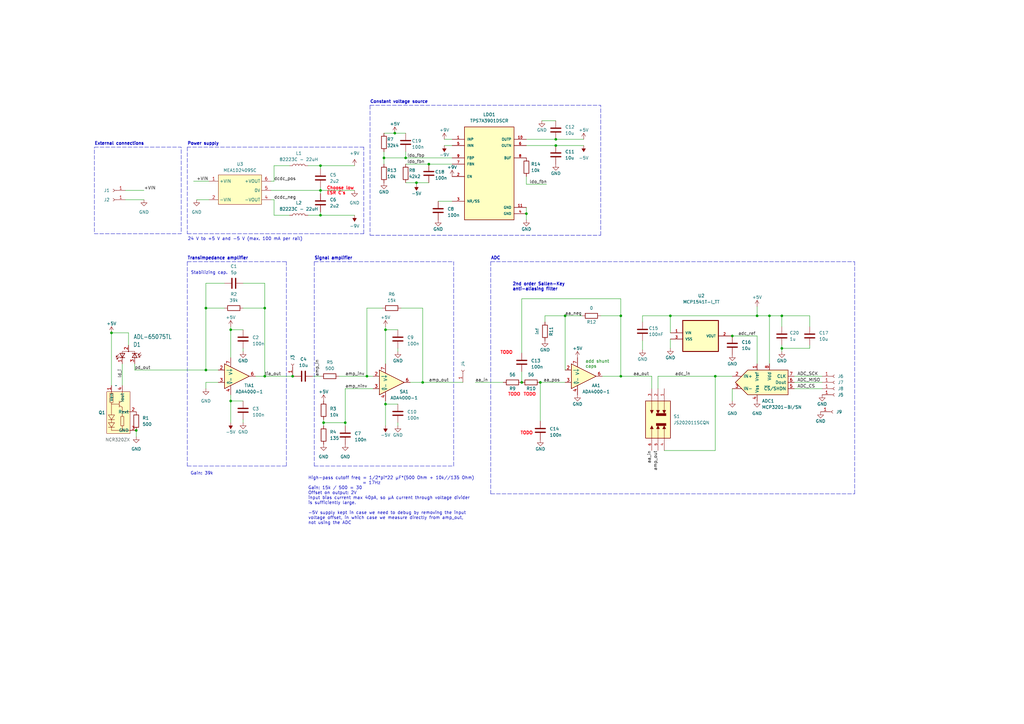
<source format=kicad_sch>
(kicad_sch (version 20230121) (generator eeschema)
  (paper "A3")
  (title_block (title "Laser-based slip sensor") (date "18/05/2023") (rev "2") (company "Hardware Design Project"))
  (lib_symbols
    (symbol "Analog_ADC:MCP3201" (pin_names (offset 0.762))
      (property "Reference" "U" (at 3.81 8.89 0))
      (property "Value" "MCP3201" (at 3.81 6.35 0))
      (symbol "MCP3201_0_0"
        (polyline (pts (xy -11.43 0) (xy -6.35 5.08) (xy 10.16 5.08) (xy 10.16 -5.08) (xy -6.35 -5.08) (xy -11.43 0)) (stroke (width 0.254)) (fill (type background)))
      )
      (symbol "MCP3201_1_1"
        (pin power_in line (at -2.54 7.62 270) (length 2.54) (name "Vref") (number "1"))
        (pin input line (at -12.7 2.54 0) (length 3.81) (name "IN+") (number "2"))
        (pin input line (at -12.7 -2.54 0) (length 3.81) (name "IN-") (number "3"))
        (pin power_in line (at -2.54 -7.62 90) (length 2.54) (name "Vss") (number "4"))
        (pin input line (at 12.7 -2.54 180) (length 2.54) (name "~{CS}/SHDN") (number "5"))
        (pin output line (at 12.7 0 180) (length 2.54) (name "Dout") (number "6"))
        (pin input line (at 12.7 2.54 180) (length 2.54) (name "CLK") (number "7"))
        (pin power_in line (at 2.54 7.62 270) (length 2.54) (name "Vdd") (number "8"))
      )
    )
    (symbol "Connector:Conn_01x01_Socket" (pin_names (offset 1.016) hide)
      (property "Reference" "J" (at 0 2.54 0))
      (property "Value" "Conn_01x01_Socket" (at 0 -2.54 0))
      (symbol "Conn_01x01_Socket_1_1"
        (polyline (pts (xy -1.27 0) (xy -0.508 0)) (stroke (width 0.1524)))
        (arc (start 0 0.508) (mid -0.5058 0) (end 0 -0.508) (stroke (width 0.1524)))
        (pin passive line (at -5.08 0 0) (length 3.81) (name "Pin_1") (number "1"))
      )
    )
    (symbol "Device:C" (pin_numbers hide) (pin_names (offset 0.254))
      (property "Reference" "C" (at 0.635 2.54 0))
      (property "Value" "C" (at 0.635 -2.54 0))
      (symbol "C_0_1"
        (polyline (pts (xy -2.032 -0.762) (xy 2.032 -0.762)) (stroke (width 0.508)))
        (polyline (pts (xy -2.032 0.762) (xy 2.032 0.762)) (stroke (width 0.508)))
      )
      (symbol "C_1_1"
        (pin passive line (at 0 3.81 270) (length 2.794) (name "~") (number "1"))
        (pin passive line (at 0 -3.81 90) (length 2.794) (name "~") (number "2"))
      )
    )
    (symbol "Device:L" (pin_numbers hide) (pin_names (offset 1.016) hide)
      (property "Reference" "L" (at -1.27 0 90))
      (property "Value" "L" (at 1.905 0 90))
      (symbol "L_0_1"
        (arc (start 0 -2.54) (mid 0.6323 -1.905) (end 0 -1.27))
        (arc (start 0 -1.27) (mid 0.6323 -0.635) (end 0 0))
        (arc (start 0 0) (mid 0.6323 0.635) (end 0 1.27))
        (arc (start 0 1.27) (mid 0.6323 1.905) (end 0 2.54))
      )
      (symbol "L_1_1"
        (pin passive line (at 0 3.81 270) (length 1.27) (name "1") (number "1"))
        (pin passive line (at 0 -3.81 90) (length 1.27) (name "2") (number "2"))
      )
    )
    (symbol "Device:R" (pin_numbers hide) (pin_names (offset 0))
      (property "Reference" "R" (at 2.032 0 90))
      (property "Value" "R" (at 0 0 90))
      (symbol "R_0_1"
        (rectangle (start -1.016 -2.54) (end 1.016 2.54) (stroke (width 0.254)))
      )
      (symbol "R_1_1"
        (pin passive line (at 0 3.81 270) (length 1.27) (name "~") (number "1"))
        (pin passive line (at 0 -3.81 90) (length 1.27) (name "~") (number "2"))
      )
    )
    (symbol "HOP:ADA4000-1"
      (property "Reference" "U" (at 2.54 -3.175 0))
      (property "Value" "ADA4000-1" (at 7.62 -5.08 0))
      (symbol "ADA4000-1_0_1"
        (polyline (pts (xy 5.08 0) (xy -5.08 5.08) (xy -5.08 -5.08) (xy 5.08 0)) (stroke (width 0.254)) (fill (type background)))
      )
      (symbol "ADA4000-1_1_1"
        (pin input line (at -7.62 2.54 0) (length 2.54) (name "-") (number "2"))
        (pin input line (at -7.62 -2.54 0) (length 2.54) (name "+") (number "3"))
        (pin power_in line (at -2.54 -7.62 90) (length 3.81) (name "V-") (number "4"))
        (pin output line (at 7.62 0 180) (length 2.54) (name "~") (number "6"))
        (pin power_in line (at -2.54 7.62 270) (length 3.81) (name "V+") (number "7"))
      )
    )
    (symbol "HOP:MEA1D2405SC"
      (property "Reference" "U$1" (at 0 10.16 0))
      (property "Value" "MEA1D2405SC" (at 0 7.62 0))
      (symbol "MEA1D2405SC_1_1"
        (rectangle (start -8.89 6.35) (end 8.89 -5.715) (fill (type background)))
        (pin power_in line (at -12.7 3.81 0) (length 3.81) (name "+VIN") (number "1"))
        (pin power_in line (at -12.7 -3.81 0) (length 3.81) (name "-VIN") (number "2"))
        (pin power_out line (at 12.7 -3.81 180) (length 3.81) (name "-VOUT") (number "4"))
        (pin power_out line (at 12.7 0 180) (length 3.81) (name "0V") (number "5"))
        (pin power_out line (at 12.7 3.81 180) (length 3.81) (name "+VOUT") (number "6"))
      )
    )
    (symbol "laserslip:JS202011SCQN" (pin_names (offset 1.016))
      (property "Reference" "S" (at -7.62 6.35 0))
      (property "Value" "JS202011SCQN" (at -7.62 -6.35 0))
      (symbol "JS202011SCQN_0_0"
        (rectangle (start -7.62 5.08) (end 7.62 -5.08) (stroke (width 0.254)) (fill (type background)))
        (polyline (pts (xy -7.62 -2.54) (xy -3.81 -2.54)) (stroke (width 0.1524)))
        (polyline (pts (xy -7.62 0) (xy -3.81 0)) (stroke (width 0.1524)))
        (polyline (pts (xy -7.62 2.54) (xy -3.81 2.54)) (stroke (width 0.1524)))
        (polyline (pts (xy 7.62 -2.54) (xy 3.81 -2.54)) (stroke (width 0.1524)))
        (polyline (pts (xy 7.62 0) (xy 3.81 0)) (stroke (width 0.1524)))
        (polyline (pts (xy 7.62 2.54) (xy 3.81 2.54)) (stroke (width 0.1524)))
        (polyline (pts (xy -3.81 -1.905) (xy -3.81 -3.175) (xy -2.54 -2.54) (xy -3.81 -1.905)) (stroke (width 0.1524)) (fill (type outline)))
        (polyline (pts (xy -3.81 0.635) (xy -3.81 -0.635) (xy -2.54 0) (xy -3.81 0.635)) (stroke (width 0.1524)) (fill (type outline)))
        (polyline (pts (xy -3.81 3.175) (xy -3.81 1.905) (xy -2.54 2.54) (xy -3.81 3.175)) (stroke (width 0.1524)) (fill (type outline)))
        (polyline (pts (xy 3.81 -3.175) (xy 3.81 -1.905) (xy 2.54 -2.54) (xy 3.81 -3.175)) (stroke (width 0.1524)) (fill (type outline)))
        (polyline (pts (xy 3.81 -0.635) (xy 3.81 0.635) (xy 2.54 0) (xy 3.81 -0.635)) (stroke (width 0.1524)) (fill (type outline)))
        (polyline (pts (xy 3.81 1.905) (xy 3.81 3.175) (xy 2.54 2.54) (xy 3.81 1.905)) (stroke (width 0.1524)) (fill (type outline)))
        (polyline (pts (xy -2.54 3.302) (xy -2.54 -0.762) (xy -1.524 -0.762) (xy -1.524 3.302) (xy -2.54 3.302)) (stroke (width 0.0254)) (fill (type outline)))
        (polyline (pts (xy 1.524 3.302) (xy 1.524 -0.762) (xy 2.54 -0.762) (xy 2.54 3.302) (xy 1.524 3.302)) (stroke (width 0.0254)) (fill (type outline)))
        (pin passive line (at -12.7 2.54 0) (length 5.08) (name "~") (number "1"))
        (pin passive line (at -12.7 0 0) (length 5.08) (name "~") (number "2"))
        (pin passive line (at -12.7 -2.54 0) (length 5.08) (name "~") (number "3"))
        (pin passive line (at 12.7 2.54 180) (length 5.08) (name "~") (number "4"))
        (pin passive line (at 12.7 0 180) (length 5.08) (name "~") (number "5"))
        (pin passive line (at 12.7 -2.54 180) (length 5.08) (name "~") (number "6"))
      )
    )
    (symbol "laserslip:MCP1541T-I_TT" (pin_names (offset 1.016))
      (property "Reference" "U" (at -0.635 6.985 0))
      (property "Value" "MCP1541T-I_TT" (at -7.62 -8.89 0))
      (symbol "MCP1541T-I_TT_0_0"
        (rectangle (start -7.62 6.35) (end 6.985 -6.35) (stroke (width 0.4064)) (fill (type background)))
        (pin power_in line (at -12.7 1.27 0) (length 5.08) (name "VIN") (number "1"))
        (pin output line (at 12.065 0 180) (length 5.08) (name "VOUT") (number "2"))
        (pin power_in line (at -12.7 -1.27 0) (length 5.08) (name "VSS") (number "3"))
      )
    )
    (symbol "laserslip:NCR320ZX"
      (property "Reference" "Q" (at 0 2.54 0))
      (symbol "NCR320ZX_1_1"
        (rectangle (start -3.81 -2.54) (end 5.715 -19.685) (fill (type background)))
        (rectangle (start -2.54 -3.175) (end -1.27 -6.985))
        (polyline (pts (xy -3.175 -17.145) (xy -0.635 -17.145)))
        (polyline (pts (xy -3.175 -13.97) (xy -0.635 -13.97)))
        (polyline (pts (xy -1.905 -15.24) (xy -1.905 -13.97)))
        (polyline (pts (xy -1.905 -7.62) (xy 1.27 -7.62)))
        (polyline (pts (xy -1.905 -3.175) (xy -1.905 -2.54)))
        (polyline (pts (xy 1.27 -6.35) (xy 1.27 -8.89)))
        (polyline (pts (xy 2.54 -12.7) (xy 2.54 -10.795)))
        (polyline (pts (xy -1.905 -17.145) (xy -1.905 -18.415) (xy 2.54 -18.415)))
        (polyline (pts (xy -1.905 -6.985) (xy -1.905 -12.065) (xy -1.905 -12.065)))
        (polyline (pts (xy 1.27 -6.985) (xy 2.54 -6.35) (xy 2.54 -2.54)))
        (polyline (pts (xy 2.54 -16.51) (xy 2.54 -18.415) (xy 5.715 -18.415)))
        (polyline (pts (xy -3.175 -15.24) (xy -0.635 -15.24) (xy -1.905 -17.145) (xy -3.175 -15.24)))
        (polyline (pts (xy -3.175 -12.065) (xy -0.635 -12.065) (xy -1.905 -13.97) (xy -3.175 -12.065)))
        (polyline (pts (xy 1.27 -8.255) (xy 2.54 -8.89) (xy 2.54 -10.795) (xy 5.715 -10.795)))
        (rectangle (start 1.905 -12.7) (end 3.175 -16.51))
        (text "NCR320ZX" (at 0.635 -22.225 0) (effects (font (size 1.27 1.27))))
        (pin input line (at -1.905 0 270) (length 2.54) (name "Ven") (number "1"))
        (pin input line (at 8.255 -10.795 180) (length 2.54) (name "Rext") (number "2"))
        (pin input line (at 8.255 -18.415 180) (length 2.54) (name "GND") (number "3"))
        (pin input line (at 2.54 0 270) (length 2.54) (name "Iout") (number "4"))
      )
    )
    (symbol "laserslip:TPS7A3901DSCR" (pin_names (offset 1.016))
      (property "Reference" "U" (at -10.16 17.78 0))
      (property "Value" "TPS7A3901DSCR" (at -10.16 -22.86 0))
      (symbol "TPS7A3901DSCR_0_0"
        (rectangle (start -10.16 -20.32) (end 10.16 17.78) (stroke (width 0.254)) (fill (type background)))
        (pin input line (at -15.24 12.7 0) (length 5.08) (name "INP") (number "1"))
        (pin output line (at 15.24 12.7 180) (length 5.08) (name "OUTP") (number "10"))
        (pin power_in line (at 15.24 -15.24 180) (length 5.08) (name "GND") (number "11"))
        (pin input line (at -15.24 -2.54 0) (length 5.08) (name "EN") (number "2"))
        (pin passive line (at -15.24 -12.7 0) (length 5.08) (name "NR/SS") (number "3"))
        (pin power_in line (at 15.24 -17.78 180) (length 5.08) (name "GND") (number "4"))
        (pin input line (at -15.24 10.16 0) (length 5.08) (name "INN") (number "5"))
        (pin output line (at 15.24 10.16 180) (length 5.08) (name "OUTN") (number "6"))
        (pin input line (at -15.24 2.54 0) (length 5.08) (name "FBN") (number "7"))
        (pin output line (at 15.24 5.08 180) (length 5.08) (name "BUF") (number "8"))
        (pin input line (at -15.24 5.08 0) (length 5.08) (name "FBP") (number "9"))
      )
    )
    (symbol "power:+5V" (power) (pin_names (offset 0))
      (property "Value" "+5V" (at 0 3.556 0))
      (symbol "+5V_0_1"
        (polyline (pts (xy -0.762 1.27) (xy 0 2.54)))
        (polyline (pts (xy 0 0) (xy 0 2.54)))
        (polyline (pts (xy 0 2.54) (xy 0.762 1.27)))
      )
      (symbol "+5V_1_1"
        (pin power_in line (at 0 0 90) (length 0) hide (name "+5V") (number "1"))
      )
    )
    (symbol "power:+9V" (power) (pin_names (offset 0))
      (property "Value" "+9V" (at 0 3.556 0))
      (symbol "+9V_0_1"
        (polyline (pts (xy -0.762 1.27) (xy 0 2.54)))
        (polyline (pts (xy 0 0) (xy 0 2.54)))
        (polyline (pts (xy 0 2.54) (xy 0.762 1.27)))
      )
      (symbol "+9V_1_1"
        (pin power_in line (at 0 0 90) (length 0) hide (name "+9V") (number "1"))
      )
    )
    (symbol "power:-5V" (power) (pin_names (offset 0))
      (property "Value" "-5V" (at 0 3.81 0))
      (symbol "-5V_0_0"
        (pin power_in line (at 0 0 90) (length 0) hide (name "-5V") (number "1"))
      )
      (symbol "-5V_0_1"
        (polyline (pts (xy 0 0) (xy 0 1.27) (xy 0.762 1.27) (xy 0 2.54) (xy -0.762 1.27) (xy 0 1.27)) (fill (type outline)))
      )
    )
    (symbol "power:-9V" (power) (pin_names (offset 0))
      (property "Value" "-9V" (at 0 3.81 0))
      (symbol "-9V_0_1"
        (polyline (pts (xy 0 0) (xy 0 2.54)))
        (polyline (pts (xy 0.762 1.27) (xy -0.762 1.27) (xy 0 2.54) (xy 0.762 1.27)) (fill (type outline)))
      )
      (symbol "-9V_1_1"
        (pin power_in line (at 0 0 90) (length 0) hide (name "-9V") (number "1"))
      )
    )
    (symbol "power:GND" (power) (pin_names (offset 0))
      (property "Value" "GND" (at 0 -3.81 0))
      (symbol "GND_0_1"
        (polyline (pts (xy 0 0) (xy 0 -1.27) (xy 1.27 -1.27) (xy 0 -2.54) (xy -1.27 -1.27) (xy 0 -1.27)))
      )
      (symbol "GND_1_1"
        (pin power_in line (at 0 0 270) (length 0) hide (name "GND") (number "1"))
      )
    )
    (symbol "schematic1-eagle-import:2008368L"
      (property "Reference" "D1" (at 3.81 -16.51 0))
      (property "Value" "ADL-65075TL" (at -8.89 -13.97 0))
      (symbol "2008368L_1_0"
        (circle (center 0 -2.54) (radius 0.127) (stroke (width 0.254)))
        (polyline (pts (xy -5.207 -1.143) (xy -4.191 -0.127)) (stroke (width 0.2032)))
        (polyline (pts (xy -4.953 -2.032) (xy -3.937 -1.016)) (stroke (width 0.2032)))
        (polyline (pts (xy -4.191 -0.127) (xy -4.826 -0.254)) (stroke (width 0.2032)))
        (polyline (pts (xy -4.191 -0.127) (xy -4.318 -0.762)) (stroke (width 0.2032)))
        (polyline (pts (xy -3.937 -1.016) (xy -4.572 -1.143)) (stroke (width 0.2032)))
        (polyline (pts (xy -3.937 -1.016) (xy -4.064 -1.651)) (stroke (width 0.2032)))
        (polyline (pts (xy -3.556 0) (xy -2.54 -1.778)) (stroke (width 0.254)))
        (polyline (pts (xy -2.54 -1.778) (xy -3.556 -1.778)) (stroke (width 0.254)))
        (polyline (pts (xy -2.54 -1.778) (xy -1.524 0)) (stroke (width 0.254)))
        (polyline (pts (xy -2.54 0) (xy -2.54 -2.54)) (stroke (width 0.127)))
        (polyline (pts (xy -1.524 -1.778) (xy -2.54 -1.778)) (stroke (width 0.254)))
        (polyline (pts (xy -1.524 0) (xy -3.556 0)) (stroke (width 0.254)))
        (polyline (pts (xy 1.524 -1.778) (xy 3.556 -1.778)) (stroke (width 0.254)))
        (polyline (pts (xy 1.524 0) (xy 2.54 0)) (stroke (width 0.254)))
        (polyline (pts (xy 2.54 -2.54) (xy -2.54 -2.54)) (stroke (width 0.1524)))
        (polyline (pts (xy 2.54 0) (xy 1.524 -1.778)) (stroke (width 0.254)))
        (polyline (pts (xy 2.54 0) (xy 2.54 -2.54)) (stroke (width 0.127)))
        (polyline (pts (xy 2.54 0) (xy 3.556 0)) (stroke (width 0.254)))
        (polyline (pts (xy 3.556 -1.778) (xy 2.54 0)) (stroke (width 0.254)))
        (polyline (pts (xy 3.81 -0.381) (xy 4.826 0.635)) (stroke (width 0.2032)))
        (polyline (pts (xy 4.064 -1.27) (xy 5.08 -0.254)) (stroke (width 0.2032)))
        (polyline (pts (xy 4.826 0.635) (xy 4.191 0.508)) (stroke (width 0.2032)))
        (polyline (pts (xy 4.826 0.635) (xy 4.699 0)) (stroke (width 0.2032)))
        (polyline (pts (xy 5.08 -0.254) (xy 4.445 -0.381)) (stroke (width 0.2032)))
        (polyline (pts (xy 5.08 -0.254) (xy 4.953 -0.889)) (stroke (width 0.2032)))
        (pin passive line (at 2.54 2.54 270) (length 2.54) (name "C") (number "1"))
        (pin passive line (at 0 -5.08 90) (length 2.54) (name "CMONI") (number "2"))
        (pin passive line (at -2.54 2.54 270) (length 2.54) (name "A") (number "3"))
      )
    )
  )
  (junction (at 84.455 151.765))
  (junction (at 108.585 126.365))
  (junction (at 94.615 135.255))
  (junction (at 131.445 67.945))
  (junction (at 213.995 156.845))
  (junction (at 157.48 64.77))
  (junction (at 310.515 129.54))
  (junction (at 94.615 164.465))
  (junction (at 131.445 88.265))
  (junction (at 150.495 154.305))
  (junction (at 55.88 176.53))
  (junction (at 221.615 156.845))
  (junction (at 108.585 154.305))
  (junction (at 131.445 78.105))
  (junction (at 274.955 129.54))
  (junction (at 300.355 137.795))
  (junction (at 158.115 135.255))
  (junction (at 141.605 173.355))
  (junction (at 175.895 67.31))
  (junction (at 254.635 154.305))
  (junction (at 170.815 74.93))
  (junction (at 315.595 129.54))
  (junction (at 84.455 126.365))
  (junction (at 132.715 173.355))
  (junction (at 166.37 64.77))
  (junction (at 158.115 165.735))
  (junction (at 320.675 142.875))
  (junction (at 215.9 87.63))
  (junction (at 320.675 129.54))
  (junction (at 254.635 129.54))
  (junction (at 161.925 54.61))
  (junction (at 120.015 154.305))
  (junction (at 231.775 129.54))
  (junction (at 293.37 154.305))
  (junction (at 45.72 136.525))
  (junction (at 227.965 59.69))
  (junction (at 227.965 57.15))
  (junction (at 173.355 156.845))
  (wire (pts (xy 132.715 172.085) (xy 132.715 173.355)))
  (wire (pts (xy 269.875 154.305) (xy 293.37 154.305)))
  (wire (pts (xy 112.395 67.945) (xy 118.745 67.945)))
  (wire (pts (xy 215.9 72.39) (xy 215.9 75.565)))
  (polyline (pts (xy 186.055 191.135) (xy 186.055 107.315)) (stroke (width 0) (type dash)))
  (wire (pts (xy 108.585 126.365) (xy 108.585 154.305)))
  (wire (pts (xy 55.88 179.07) (xy 55.88 176.53)))
  (wire (pts (xy 79.375 74.295) (xy 85.725 74.295)))
  (wire (pts (xy 139.065 154.305) (xy 150.495 154.305)))
  (wire (pts (xy 150.495 154.305) (xy 153.035 154.305)))
  (wire (pts (xy 141.605 173.355) (xy 141.605 159.385)))
  (wire (pts (xy 157.48 64.77) (xy 157.48 62.23)))
  (wire (pts (xy 80.645 81.915) (xy 85.725 81.915)))
  (wire (pts (xy 99.695 116.205) (xy 108.585 116.205)))
  (wire (pts (xy 158.115 135.255) (xy 158.115 149.225)))
  (polyline (pts (xy 149.225 95.885) (xy 149.225 60.325)) (stroke (width 0) (type dash)))
  (wire (pts (xy 108.585 116.205) (xy 108.585 126.365)))
  (wire (pts (xy 84.455 116.205) (xy 84.455 126.365)))
  (wire (pts (xy 300.355 159.385) (xy 300.355 164.465)))
  (wire (pts (xy 99.695 126.365) (xy 108.585 126.365)))
  (wire (pts (xy 310.515 137.795) (xy 310.515 149.225)))
  (wire (pts (xy 131.445 88.265) (xy 145.415 88.265)))
  (wire (pts (xy 131.445 67.945) (xy 131.445 69.215)))
  (wire (pts (xy 227.965 57.15) (xy 215.9 57.15)))
  (wire (pts (xy 94.615 133.985) (xy 94.615 135.255)))
  (wire (pts (xy 213.995 122.555) (xy 254.635 122.555)))
  (wire (pts (xy 263.525 143.51) (xy 263.525 139.7)))
  (wire (pts (xy 325.755 156.845) (xy 337.185 156.845)))
  (wire (pts (xy 293.37 154.305) (xy 300.355 154.305)))
  (wire (pts (xy 111.125 74.295) (xy 112.395 74.295)))
  (wire (pts (xy 126.365 67.945) (xy 131.445 67.945)))
  (wire (pts (xy 213.995 122.555) (xy 213.995 144.78)))
  (wire (pts (xy 94.615 173.355) (xy 94.615 164.465)))
  (wire (pts (xy 108.585 154.305) (xy 104.775 154.305)))
  (wire (pts (xy 112.395 88.265) (xy 118.745 88.265)))
  (wire (pts (xy 94.615 135.255) (xy 94.615 146.685)))
  (wire (pts (xy 215.9 85.09) (xy 215.9 87.63)))
  (wire (pts (xy 231.775 129.54) (xy 223.52 129.54)))
  (wire (pts (xy 158.115 165.735) (xy 158.115 174.625)))
  (wire (pts (xy 269.875 159.385) (xy 269.875 154.305)))
  (wire (pts (xy 89.535 151.765) (xy 84.455 151.765)))
  (wire (pts (xy 332.105 129.54) (xy 332.105 133.985)))
  (wire (pts (xy 92.075 126.365) (xy 84.455 126.365)))
  (wire (pts (xy 99.695 172.085) (xy 99.695 173.355)))
  (wire (pts (xy 274.955 136.525) (xy 274.955 129.54)))
  (polyline (pts (xy 128.905 107.315) (xy 128.905 191.135)) (stroke (width 0) (type dash)))
  (polyline (pts (xy 201.295 107.315) (xy 201.295 202.565)) (stroke (width 0) (type dash)))
  (wire (pts (xy 158.115 165.735) (xy 163.195 165.735)))
  (polyline (pts (xy 201.295 202.565) (xy 350.52 202.565)) (stroke (width 0) (type dash)))
  (polyline (pts (xy 128.905 191.135) (xy 186.055 191.135)) (stroke (width 0) (type dash)))
  (polyline (pts (xy 117.475 191.135) (xy 117.475 107.315)) (stroke (width 0) (type dash)))
  (wire (pts (xy 131.445 86.995) (xy 131.445 88.265)))
  (wire (pts (xy 173.355 156.845) (xy 168.275 156.845)))
  (polyline (pts (xy 76.835 107.315) (xy 76.835 191.135)) (stroke (width 0) (type dash)))
  (wire (pts (xy 182.245 57.15) (xy 185.42 57.15)))
  (wire (pts (xy 166.37 67.31) (xy 175.895 67.31)))
  (wire (pts (xy 108.585 154.305) (xy 120.015 154.305)))
  (wire (pts (xy 170.815 74.93) (xy 170.815 75.565)))
  (wire (pts (xy 222.25 49.53) (xy 227.965 49.53)))
  (wire (pts (xy 55.245 151.765) (xy 84.455 151.765)))
  (wire (pts (xy 94.615 164.465) (xy 94.615 161.925)))
  (wire (pts (xy 247.015 154.305) (xy 254.635 154.305)))
  (wire (pts (xy 310.515 129.54) (xy 315.595 129.54)))
  (wire (pts (xy 173.355 156.845) (xy 189.865 156.845)))
  (wire (pts (xy 325.755 159.385) (xy 337.185 159.385)))
  (polyline (pts (xy 149.225 60.325) (xy 76.835 60.325)) (stroke (width 0) (type dash)))
  (wire (pts (xy 315.595 129.54) (xy 315.595 149.225)))
  (polyline (pts (xy 151.765 43.18) (xy 151.765 96.52)) (stroke (width 0) (type dash)))
  (wire (pts (xy 89.535 156.845) (xy 84.455 156.845)))
  (wire (pts (xy 84.455 156.845) (xy 84.455 159.385)))
  (wire (pts (xy 111.125 78.105) (xy 131.445 78.105)))
  (wire (pts (xy 45.72 136.525) (xy 45.72 158.115)))
  (wire (pts (xy 227.965 59.69) (xy 215.9 59.69)))
  (wire (pts (xy 310.515 125.73) (xy 310.515 129.54)))
  (wire (pts (xy 158.115 133.985) (xy 158.115 135.255)))
  (wire (pts (xy 320.675 129.54) (xy 320.675 133.985)))
  (wire (pts (xy 173.355 126.365) (xy 173.355 156.845)))
  (wire (pts (xy 50.165 149.225) (xy 50.165 158.115)))
  (wire (pts (xy 112.395 67.945) (xy 112.395 74.295)))
  (wire (pts (xy 194.945 156.845) (xy 206.375 156.845)))
  (wire (pts (xy 315.595 129.54) (xy 320.675 129.54)))
  (polyline (pts (xy 246.38 96.52) (xy 246.38 43.18)) (stroke (width 0) (type dash)))
  (wire (pts (xy 131.445 78.105) (xy 145.415 78.105)))
  (wire (pts (xy 120.65 154.305) (xy 120.015 154.305)))
  (wire (pts (xy 238.76 129.54) (xy 231.775 129.54)))
  (wire (pts (xy 51.435 78.105) (xy 59.055 78.105)))
  (wire (pts (xy 141.605 159.385) (xy 153.035 159.385)))
  (wire (pts (xy 166.37 62.23) (xy 166.37 64.77)))
  (polyline (pts (xy 151.765 96.52) (xy 246.38 96.52)) (stroke (width 0) (type dash)))
  (polyline (pts (xy 201.295 107.315) (xy 350.52 107.315)) (stroke (width 0) (type dash)))
  (wire (pts (xy 92.075 116.205) (xy 84.455 116.205)))
  (wire (pts (xy 332.105 141.605) (xy 332.105 142.875)))
  (wire (pts (xy 215.9 90.17) (xy 215.9 87.63)))
  (wire (pts (xy 157.48 67.31) (xy 157.48 64.77)))
  (wire (pts (xy 254.635 154.305) (xy 254.635 129.54)))
  (wire (pts (xy 55.245 149.225) (xy 55.245 151.765)))
  (wire (pts (xy 300.355 137.795) (xy 310.515 137.795)))
  (wire (pts (xy 84.455 126.365) (xy 84.455 151.765)))
  (wire (pts (xy 141.605 174.625) (xy 141.605 173.355)))
  (wire (pts (xy 158.115 135.255) (xy 163.195 135.255)))
  (wire (pts (xy 166.37 54.61) (xy 161.925 54.61)))
  (wire (pts (xy 274.955 129.54) (xy 310.515 129.54)))
  (polyline (pts (xy 350.52 202.565) (xy 350.52 107.315)) (stroke (width 0) (type dash)))
  (wire (pts (xy 166.37 74.93) (xy 170.815 74.93)))
  (wire (pts (xy 52.705 136.525) (xy 45.72 136.525)))
  (wire (pts (xy 263.525 132.08) (xy 263.525 129.54)))
  (wire (pts (xy 158.115 164.465) (xy 158.115 165.735)))
  (wire (pts (xy 239.395 57.15) (xy 227.965 57.15)))
  (wire (pts (xy 161.925 54.61) (xy 157.48 54.61)))
  (wire (pts (xy 274.955 142.875) (xy 274.955 139.065)))
  (polyline (pts (xy 76.835 60.325) (xy 76.835 95.885)) (stroke (width 0) (type dash)))
  (wire (pts (xy 52.705 136.525) (xy 52.705 141.605)))
  (wire (pts (xy 254.635 154.305) (xy 267.335 154.305)))
  (wire (pts (xy 128.27 154.305) (xy 131.445 154.305)))
  (wire (pts (xy 267.335 154.305) (xy 267.335 159.385)))
  (wire (pts (xy 111.125 81.915) (xy 112.395 81.915)))
  (wire (pts (xy 163.195 173.355) (xy 163.195 174.625)))
  (wire (pts (xy 213.995 152.4) (xy 213.995 156.845)))
  (polyline (pts (xy 76.835 107.315) (xy 117.475 107.315)) (stroke (width 0) (type dash)))
  (wire (pts (xy 132.715 174.625) (xy 132.715 173.355)))
  (wire (pts (xy 132.715 173.355) (xy 141.605 173.355)))
  (wire (pts (xy 263.525 129.54) (xy 274.955 129.54)))
  (wire (pts (xy 221.615 156.845) (xy 231.775 156.845)))
  (wire (pts (xy 272.415 184.785) (xy 293.37 184.785)))
  (wire (pts (xy 94.615 135.255) (xy 99.695 135.255)))
  (wire (pts (xy 164.465 126.365) (xy 173.355 126.365)))
  (wire (pts (xy 332.105 142.875) (xy 320.675 142.875)))
  (wire (pts (xy 325.755 154.305) (xy 337.185 154.305)))
  (wire (pts (xy 94.615 164.465) (xy 99.695 164.465)))
  (wire (pts (xy 320.675 141.605) (xy 320.675 142.875)))
  (wire (pts (xy 239.395 59.69) (xy 227.965 59.69)))
  (wire (pts (xy 293.37 184.785) (xy 293.37 154.305)))
  (wire (pts (xy 131.445 67.945) (xy 145.415 67.945)))
  (wire (pts (xy 215.9 75.565) (xy 224.155 75.565)))
  (wire (pts (xy 156.845 126.365) (xy 150.495 126.365)))
  (wire (pts (xy 223.52 129.54) (xy 223.52 132.08)))
  (polyline (pts (xy 128.905 107.315) (xy 186.055 107.315)) (stroke (width 0) (type dash)))
  (wire (pts (xy 166.37 64.77) (xy 185.42 64.77)))
  (wire (pts (xy 131.445 88.265) (xy 126.365 88.265)))
  (wire (pts (xy 112.395 88.265) (xy 112.395 81.915)))
  (wire (pts (xy 179.705 82.55) (xy 185.42 82.55)))
  (wire (pts (xy 175.895 67.31) (xy 185.42 67.31)))
  (wire (pts (xy 51.435 81.915) (xy 59.055 81.915)))
  (wire (pts (xy 246.38 129.54) (xy 254.635 129.54)))
  (wire (pts (xy 99.695 142.875) (xy 99.695 144.145)))
  (wire (pts (xy 320.675 129.54) (xy 332.105 129.54)))
  (wire (pts (xy 320.675 142.875) (xy 320.675 144.145)))
  (wire (pts (xy 157.48 64.77) (xy 166.37 64.77)))
  (polyline (pts (xy 151.765 43.18) (xy 246.38 43.18)) (stroke (width 0) (type dash)))
  (wire (pts (xy 131.445 79.375) (xy 131.445 78.105)))
  (polyline (pts (xy 76.835 95.885) (xy 149.225 95.885)) (stroke (width 0) (type dash)))
  (wire (pts (xy 150.495 126.365) (xy 150.495 154.305)))
  (wire (pts (xy 221.615 156.845) (xy 221.615 172.72)))
  (wire (pts (xy 231.775 129.54) (xy 231.775 151.765)))
  (wire (pts (xy 182.245 59.69) (xy 185.42 59.69)))
  (wire (pts (xy 170.815 74.93) (xy 175.895 74.93)))
  (wire (pts (xy 299.72 137.795) (xy 300.355 137.795)))
  (wire (pts (xy 254.635 122.555) (xy 254.635 129.54)))
  (wire (pts (xy 131.445 76.835) (xy 131.445 78.105)))
  (polyline (pts (xy 76.835 191.135) (xy 117.475 191.135)) (stroke (width 0) (type dash)))
  (wire (pts (xy 163.195 142.875) (xy 163.195 144.145)))
  (rectangle (start 38.735 60.325) (end 74.295 95.885) (stroke (width 0) (type dash)))
  (text "ADC" (at 201.295 106.68 0) (effects (font (size 1.27 1.27) (thickness 0.254) bold) (justify left bottom)))
  (text "TODO" (at 205.105 145.415 0) (effects (font (size 1.27 1.27) (thickness 0.254) bold) (justify left bottom)))
  (text "TODO" (at 214.63 162.56 0) (effects (font (size 1.27 1.27) (thickness 0.254) bold) (justify left bottom)))
  (text "2nd order Sallen-Key\nanti-aliasing filter" (at 210.185 119.38 0) (effects (font (size 1.27 1.27) (thickness 0.254) bold) (justify left bottom)))
  (text "High-pass cutoff freq = 1/2*pi*22 µF*(500 Ohm + 10k//135 Ohm) \n                       = 17Hz\nGain: 15k / 500 = 30\nOffset on output: 2V\ninput bias current max 40pA, so µA current through voltage divider \nis sufficiently large.\n\n-5V supply kept in case we need to debug by removing the input \nvoltage offset, in which case we measure directly from amp_out,\nnot using the ADC" (at 126.365 215.265 0) (effects (font (size 1.27 1.27)) (justify left bottom)))
  (text "Gain: 39k" (at 78.105 194.945 0) (effects (font (size 1.27 1.27)) (justify left bottom)))
  (text "24 V to +5 V and -5 V (max. 100 mA per rail)" (at 76.962 98.806 0) (effects (font (size 1.27 1.27)) (justify left bottom)))
  (text "TODO" (at 213.36 178.435 0) (effects (font (size 1.27 1.27) (thickness 0.254) bold) (justify left bottom)))
  (text "Stabilizing cap." (at 78.232 112.649 0) (effects (font (size 1.27 1.27)) (justify left bottom)))
  (text "External connections" (at 38.735 59.69 0) (effects (font (size 1.27 1.27) (thickness 0.254) bold) (justify left bottom)))
  (text "Signal amplifier" (at 128.905 106.68 0) (effects (font (size 1.27 1.27) (thickness 0.254) bold) (justify left bottom)))
  (text "Transimpedance amplifier" (at 76.835 106.68 0) (effects (font (size 1.27 1.27) (thickness 0.254) bold) (justify left bottom)))
  (text "add shunt \ncaps" (at 240.03 151.13 0) (effects (font (size 1.27 1.27) (thickness 0.254) bold) (justify left bottom)))
  (text "Constant voltage source" (at 151.765 42.545 0) (effects (font (size 1.27 1.27) (thickness 0.254) bold) (justify left bottom)))
  (text "TODO" (at 208.28 162.56 0) (effects (font (size 1.27 1.27) (thickness 0.254) bold) (justify left bottom)))
  (text "Power supply" (at 76.835 59.69 0) (effects (font (size 1.27 1.27) (thickness 0.254) bold) (justify left bottom)))
  (text "Choose low \nESR C's" (at 133.985 80.01 0) (effects (font (size 1.27 1.27) (thickness 0.254) bold) (justify left bottom)))
  (label "dcdc_neg" (at 112.395 81.915 0))
  (label "tia_out" (at 108.585 154.305 0))
  (label "aa_out" (at 259.715 154.305 0))
  (label "adc_ref" (at 302.768 137.795 0))
  (label "ADC_CS" (at 327.025 159.385 0))
  (label "amp_in" (at 131.064 154.305 90))
  (label "aa_neg" (at 231.775 129.54 0))
  (label "amp_out" (at 175.895 156.845 0))
  (label "ADC_MISO" (at 327.025 156.845 0))
  (label "aa_in" (at 267.335 184.785 270))
  (label "+VIN" (at 80.645 74.295 0))
  (label "ldo_fbp" (at 167.005 64.77 0))
  (label "pd_out" (at 55.245 151.765 0))
  (label "aa_in" (at 194.945 156.845 0))
  (label "adc_in" (at 276.86 154.305 0))
  (label "amp_ninv" (at 141.605 159.385 0))
  (label "dcdc_pos" (at 112.395 74.295 0))
  (label "ldo_fbn" (at 217.17 75.565 0))
  (label "amp_inv" (at 141.605 154.305 0))
  (label "aa_pos" (at 222.885 156.845 0))
  (label "amp_out" (at 269.875 184.785 270))
  (label "+VIN" (at 59.055 78.105 0))
  (label "ADC_SCK" (at 327.025 154.305 0))
  (label "ld_i" (at 50.165 154.94 90))
  (label "ldo_fbn" (at 167.005 67.31 0))
  (symbol (lib_id "power:+9V") (at 185.42 72.39 0) (unit 1)
    (property "Reference" "#PWR040" (effects hide))
    (property "Value" "+9V" (at 185.42 68.58 0))
  )
  (symbol (lib_id "power:GND") (at 336.55 168.91 0) (unit 1)
    (property "Reference" "#PWR044" (effects hide))
    (property "Value" "GND" (at 336.55 172.72 0))
  )
  (symbol (lib_id "Device:R") (at 135.255 154.305 90) (unit 1)
    (property "Reference" "R5" (at 135.255 148.59 90))
    (property "Value" "500" (at 135.255 151.13 90))
    (property "Footprint" "Resistor_SMD:R_0603_1608Metric" (effects hide))
  )
  (symbol (lib_id "Device:C") (at 131.445 83.185 0) (unit 1)
    (property "Reference" "C6" (at 135.255 81.915 0) (effects (justify left)))
    (property "Value" "2u2" (at 135.255 84.455 0) (effects (justify left)))
    (property "Footprint" "Capacitor_SMD:C_0603_1608Metric" (effects hide))
  )
  (symbol (lib_id "Device:R") (at 217.805 156.845 90) (unit 1)
    (property "Reference" "R10" (at 217.805 159.385 90))
    (property "Value" "56" (at 217.805 153.67 90))
    (property "Footprint" "Resistor_SMD:R_0603_1608Metric" (effects hide))
  )
  (symbol (lib_id "power:+5V") (at 94.615 133.985 0) (unit 1)
    (property "Reference" "#PWR05" (effects hide))
    (property "Value" "+5V" (at 94.615 130.175 0))
  )
  (symbol (lib_id "power:GND") (at 215.9 90.17 0) (unit 1)
    (property "Reference" "#PWR024" (effects hide))
    (property "Value" "GND" (at 215.9 93.98 0))
  )
  (symbol (lib_id "Device:L") (at 122.555 67.945 90) (unit 1)
    (property "Reference" "L1" (at 122.555 62.865 90))
    (property "Value" "82223C - 22uH" (at 122.555 65.405 90))
    (property "Footprint" "LaserSlip:8200" (effects hide))
  )
  (symbol (lib_id "power:GND") (at 223.52 139.7 0) (unit 1)
    (property "Reference" "#PWR026" (effects hide))
    (property "Value" "GND" (at 223.52 143.51 0))
  )
  (symbol (lib_id "power:GND") (at 84.455 159.385 0) (unit 1)
    (property "Reference" "#PWR04" (effects hide))
    (property "Value" "GND" (at 84.455 164.465 0))
  )
  (symbol (lib_id "Device:C") (at 175.895 71.12 0) (unit 1)
    (property "Reference" "C18" (at 178.435 70.485 0) (effects (justify left)))
    (property "Value" "100n" (at 178.435 73.025 0) (effects (justify left)))
    (property "Footprint" "Capacitor_SMD:C_0603_1608Metric" (effects hide))
  )
  (symbol (lib_id "Device:R") (at 132.715 168.275 0) (unit 1)
    (property "Reference" "R3" (at 135.255 167.64 0) (effects (justify left)))
    (property "Value" "10k" (at 135.255 170.18 0) (effects (justify left)))
    (property "Footprint" "Resistor_SMD:R_0603_1608Metric" (effects hide))
  )
  (symbol (lib_id "power:+5V") (at 132.715 164.465 0) (unit 1)
    (property "Reference" "#PWR09" (effects hide))
    (property "Value" "+5V" (at 132.715 160.655 0))
  )
  (symbol (lib_id "power:GND") (at 163.195 144.145 0) (unit 1)
    (property "Reference" "#PWR019" (effects hide))
    (property "Value" "GND" (at 163.195 147.955 0))
  )
  (symbol (lib_id "power:-5V") (at 170.815 75.565 180) (unit 1)
    (property "Reference" "#PWR036" (effects hide))
    (property "Value" "-5V" (at 170.815 79.375 0))
  )
  (symbol (lib_id "Connector:Conn_01x01_Socket") (at 341.63 168.91 0) (mirror x) (unit 1)
    (property "Reference" "J9" (at 344.17 168.91 0))
    (property "Value" "Conn_01x01_Socket" (effects hide))
    (property "Footprint" "LaserSlip:HOLE" (effects hide))
  )
  (symbol (lib_id "Device:R") (at 215.9 68.58 180) (unit 1)
    (property "Reference" "R14" (at 217.805 67.31 0) (effects (justify right)))
    (property "Value" "10k" (at 217.805 69.85 0) (effects (justify right)))
    (property "Footprint" "Resistor_SMD:R_0603_1608Metric" (effects hide))
  )
  (symbol (lib_id "power:GND") (at 274.955 142.875 0) (unit 1)
    (property "Reference" "#PWR030" (effects hide))
    (property "Value" "GND" (at 274.955 146.685 0))
  )
  (symbol (lib_id "Connector:Conn_01x01_Socket") (at 189.865 151.765 270) (mirror x) (unit 1)
    (property "Reference" "J4" (at 189.865 149.225 0))
    (property "Value" "Conn_01x01_Socket" (effects hide))
    (property "Footprint" "LaserSlip:HOLE" (effects hide))
  )
  (symbol (lib_id "power:+5V") (at 158.115 133.985 0) (unit 1)
    (property "Reference" "#PWR017" (effects hide))
    (property "Value" "+5V" (at 158.115 130.175 0))
  )
  (symbol (lib_id "Device:C") (at 179.705 86.36 0) (unit 1)
    (property "Reference" "C8" (at 183.515 85.725 0) (effects (justify left)))
    (property "Value" "100n" (at 183.515 88.265 0) (effects (justify left)))
    (property "Footprint" "Capacitor_SMD:C_0603_1608Metric" (effects hide))
  )
  (symbol (lib_id "power:+5V") (at 236.855 146.685 0) (unit 1)
    (property "Reference" "#PWR027" (effects hide))
    (property "Value" "+5V" (at 236.855 142.875 0))
  )
  (symbol (lib_id "Connector:Conn_01x01_Socket") (at 342.265 154.305 0) (mirror x) (unit 1)
    (property "Reference" "J6" (at 344.805 154.305 0))
    (property "Value" "Conn_01x01_Socket" (effects hide))
    (property "Footprint" "LaserSlip:HOLE" (effects hide))
  )
  (symbol (lib_id "Device:R") (at 157.48 71.12 180) (unit 1)
    (property "Reference" "R13" (at 158.75 69.85 0) (effects (justify right)))
    (property "Value" "10k" (at 158.75 72.39 0) (effects (justify right)))
    (property "Footprint" "Resistor_SMD:R_0603_1608Metric" (effects hide))
  )
  (symbol (lib_id "power:GND") (at 221.615 180.34 0) (unit 1)
    (property "Reference" "#PWR025" (effects hide))
    (property "Value" "GND" (at 221.615 184.15 0))
  )
  (symbol (lib_id "power:+5V") (at 161.925 54.61 0) (unit 1)
    (property "Reference" "#PWR037" (effects hide))
    (property "Value" "+5V" (at 161.925 50.8 0))
  )
  (symbol (lib_id "Analog_ADC:MCP3201") (at 313.055 156.845 0) (unit 1)
    (property "Reference" "ADC1" (at 312.4709 164.465 0) (effects (justify left)))
    (property "Value" "MCP3201-BI/SN" (at 312.4709 167.005 0) (effects (justify left)))
    (property "Footprint" "LaserSlip:SOIC127P600X175-8N" (effects hide))
    (property "Datasheet" "http://ww1.microchip.com/downloads/en/DeviceDoc/21290D.pdf" (effects hide))
  )
  (symbol (lib_id "Device:R") (at 223.52 135.89 180) (unit 1)
    (property "Reference" "R11" (at 226.06 135.89 90))
    (property "Value" "inf" (at 220.345 135.89 90))
    (property "Footprint" "Resistor_SMD:R_0603_1608Metric" (effects hide))
  )
  (symbol (lib_id "Device:C") (at 320.675 137.795 0) (unit 1)
    (property "Reference" "C20" (at 323.85 136.525 0) (effects (justify left)))
    (property "Value" "1u" (at 323.85 139.065 0) (effects (justify left)))
    (property "Footprint" "Capacitor_SMD:C_0603_1608Metric" (effects hide))
  )
  (symbol (lib_id "Device:C") (at 95.885 116.205 90) (unit 1)
    (property "Reference" "C1" (at 95.885 109.22 90))
    (property "Value" "5p" (at 95.885 111.76 90))
    (property "Footprint" "Capacitor_SMD:C_0603_1608Metric" (effects hide))
  )
  (symbol (lib_id "Device:R") (at 242.57 129.54 90) (unit 1)
    (property "Reference" "R12" (at 242.57 132.08 90))
    (property "Value" "0" (at 242.57 126.365 90))
    (property "Footprint" "Resistor_SMD:R_0603_1608Metric" (effects hide))
  )
  (symbol (lib_id "power:GND") (at 99.695 173.355 0) (unit 1)
    (property "Reference" "#PWR08" (effects hide))
    (property "Value" "GND" (at 99.695 177.165 0))
  )
  (symbol (lib_id "Connector:Conn_01x01_Socket") (at 120.015 149.225 270) (mirror x) (unit 1)
    (property "Reference" "J3" (at 120.015 146.685 0))
    (property "Value" "Conn_01x01_Socket" (effects hide))
    (property "Footprint" "LaserSlip:HOLE" (effects hide))
  )
  (symbol (lib_id "Device:C") (at 227.965 63.5 0) (unit 1)
    (property "Reference" "C11" (at 231.775 62.23 0) (effects (justify left)))
    (property "Value" "10u" (at 231.775 64.77 0) (effects (justify left)))
    (property "Footprint" "Capacitor_SMD:C_0603_1608Metric" (effects hide))
  )
  (symbol (lib_id "Device:C") (at 131.445 73.025 0) (unit 1)
    (property "Reference" "C5" (at 135.255 71.755 0) (effects (justify left)))
    (property "Value" "2u2" (at 135.255 74.295 0) (effects (justify left)))
    (property "Footprint" "Capacitor_SMD:C_0603_1608Metric" (effects hide))
  )
  (symbol (lib_id "power:GND") (at 320.675 144.145 0) (unit 1)
    (property "Reference" "#PWR035" (effects hide))
    (property "Value" "GND" (at 320.675 147.955 0))
  )
  (symbol (lib_id "power:GND") (at 132.715 182.245 0) (unit 1)
    (property "Reference" "#PWR010" (effects hide))
    (property "Value" "GND" (at 132.715 187.325 0))
  )
  (symbol (lib_id "Device:R") (at 95.885 126.365 90) (unit 1)
    (property "Reference" "R2" (at 95.885 120.65 90))
    (property "Value" "39k" (at 95.885 123.19 90))
    (property "Footprint" "Resistor_SMD:R_0603_1608Metric" (effects hide))
  )
  (symbol (lib_id "power:GND") (at 55.88 179.07 0) (unit 1)
    (property "Reference" "#PWR01" (effects hide))
    (property "Value" "GND" (at 55.88 184.15 0))
  )
  (symbol (lib_id "power:+9V") (at 145.415 67.945 0) (unit 1)
    (property "Reference" "#PWR016" (effects hide))
    (property "Value" "+9V" (at 145.415 62.865 0))
  )
  (symbol (lib_id "Connector:Conn_01x01_Socket") (at 46.355 78.105 0) (mirror y) (unit 1)
    (property "Reference" "J1" (at 43.815 78.105 0))
    (property "Value" "Conn_01x01_Socket" (effects hide))
    (property "Footprint" "LaserSlip:HOLE" (effects hide))
  )
  (symbol (lib_id "power:GND") (at 163.195 174.625 0) (unit 1)
    (property "Reference" "#PWR020" (effects hide))
    (property "Value" "GND" (at 163.195 178.435 0))
  )
  (symbol (lib_id "power:-5V") (at 239.395 59.69 180) (unit 1)
    (property "Reference" "#PWR014" (effects hide))
    (property "Value" "-5V" (at 239.395 64.77 0))
  )
  (symbol (lib_id "power:+5V") (at 45.72 136.525 0) (unit 1)
    (property "Reference" "#PWR043" (effects hide))
    (property "Value" "+5V" (at 45.72 132.715 0))
  )
  (symbol (lib_id "Device:R") (at 132.715 178.435 0) (unit 1)
    (property "Reference" "R4" (at 135.255 177.165 0) (effects (justify left)))
    (property "Value" "135" (at 135.255 179.705 0) (effects (justify left)))
    (property "Footprint" "Resistor_SMD:R_0603_1608Metric" (effects hide))
  )
  (symbol (lib_id "Device:C") (at 99.695 139.065 0) (unit 1)
    (property "Reference" "C2" (at 103.505 138.43 0) (effects (justify left)))
    (property "Value" "100n" (at 103.505 140.97 0) (effects (justify left)))
    (property "Footprint" "Capacitor_SMD:C_0603_1608Metric" (effects hide))
  )
  (symbol (lib_id "Connector:Conn_01x01_Socket") (at 342.265 159.385 0) (mirror x) (unit 1)
    (property "Reference" "J8" (at 344.805 159.385 0))
    (property "Value" "Conn_01x01_Socket" (effects hide))
    (property "Footprint" "LaserSlip:HOLE" (effects hide))
  )
  (symbol (lib_id "Device:C") (at 163.195 139.065 0) (unit 1)
    (property "Reference" "C9" (at 167.005 138.43 0) (effects (justify left)))
    (property "Value" "100n" (at 167.005 140.97 0) (effects (justify left)))
    (property "Footprint" "Capacitor_SMD:C_0603_1608Metric" (effects hide))
  )
  (symbol (lib_id "Device:C") (at 163.195 169.545 0) (unit 1)
    (property "Reference" "C10" (at 167.005 168.91 0) (effects (justify left)))
    (property "Value" "100n" (at 167.005 171.45 0) (effects (justify left)))
    (property "Footprint" "Capacitor_SMD:C_0603_1608Metric" (effects hide))
  )
  (symbol (lib_id "HOP:ADA4000-1") (at 160.655 156.845 0) (unit 1)
    (property "Reference" "SA1" (at 165.735 160.655 0))
    (property "Value" "ADA4000-1" (at 165.735 163.195 0))
    (property "Footprint" "LaserSlip:ada4000-SOIC127P600X175-8N" (effects hide))
  )
  (symbol (lib_id "power:-5V") (at 158.115 174.625 180) (unit 1)
    (property "Reference" "#PWR018" (effects hide))
    (property "Value" "-5V" (at 158.115 178.435 0))
  )
  (symbol (lib_id "Device:C") (at 166.37 58.42 0) (unit 1)
    (property "Reference" "C19" (at 168.91 57.785 0) (effects (justify left)))
    (property "Value" "100n" (at 168.91 60.325 0) (effects (justify left)))
    (property "Footprint" "Capacitor_SMD:C_0603_1608Metric" (effects hide))
  )
  (symbol (lib_id "power:GND") (at 222.25 49.53 0) (unit 1)
    (property "Reference" "#PWR042" (effects hide))
    (property "Value" "GND" (at 222.25 53.34 0))
  )
  (symbol (lib_id "Device:L") (at 122.555 88.265 90) (unit 1)
    (property "Reference" "L2" (at 122.555 83.185 90))
    (property "Value" "82223C - 22uH" (at 122.555 85.725 90))
    (property "Footprint" "LaserSlip:8200" (effects hide))
  )
  (symbol (lib_id "Connector:Conn_01x01_Socket") (at 342.265 161.925 0) (mirror x) (unit 1)
    (property "Reference" "J5" (at 344.805 161.925 0))
    (property "Value" "Conn_01x01_Socket" (effects hide))
    (property "Footprint" "LaserSlip:HOLE" (effects hide))
  )
  (symbol (lib_id "laserslip:TPS7A3901DSCR") (at 200.66 69.85 0) (unit 1)
    (property "Reference" "LDO1" (at 200.66 46.99 0))
    (property "Value" "TPS7A3901DSCR" (at 200.66 49.53 0))
    (property "Footprint" "LaserSlip:SON50P300X300X80-11N" (effects hide))
  )
  (symbol (lib_id "power:GND") (at 141.605 182.245 0) (unit 1)
    (property "Reference" "#PWR011" (effects hide))
    (property "Value" "GND" (at 141.605 187.325 0))
  )
  (symbol (lib_id "Device:C") (at 141.605 178.435 0) (unit 1)
    (property "Reference" "C7" (at 145.415 177.8 0) (effects (justify left)))
    (property "Value" "100n" (at 145.415 180.34 0) (effects (justify left)))
    (property "Footprint" "Capacitor_SMD:C_0603_1608Metric" (effects hide))
  )
  (symbol (lib_id "Device:C") (at 227.965 53.34 0) (unit 1)
    (property "Reference" "C12" (at 231.775 52.07 0) (effects (justify left)))
    (property "Value" "10u" (at 231.775 54.61 0) (effects (justify left)))
    (property "Footprint" "Capacitor_SMD:C_0603_1608Metric" (effects hide))
  )
  (symbol (lib_id "power:GND") (at 310.515 164.465 0) (unit 1)
    (property "Reference" "#PWR034" (effects hide))
    (property "Value" "GND" (at 310.515 169.545 0))
  )
  (symbol (lib_id "laserslip:MCP1541T-I_TT") (at 287.655 137.795 0) (unit 1)
    (property "Reference" "U2" (at 287.655 121.285 0))
    (property "Value" "MCP1541T-I_TT" (at 287.655 123.825 0))
    (property "Footprint" "LaserSlip:SOT96P237X112-3N" (effects hide))
  )
  (symbol (lib_id "power:GND") (at 227.965 67.31 0) (unit 1)
    (property "Reference" "#PWR041" (effects hide))
    (property "Value" "GND" (at 227.965 71.12 0))
  )
  (symbol (lib_id "Device:C") (at 124.46 154.305 90) (unit 1)
    (property "Reference" "C4" (at 124.46 147.32 90))
    (property "Value" "10u" (at 124.46 149.86 90))
    (property "Footprint" "Capacitor_SMD:C_0603_1608Metric" (effects hide))
  )
  (symbol (lib_id "power:GND") (at 99.695 144.145 0) (unit 1)
    (property "Reference" "#PWR07" (effects hide))
    (property "Value" "GND" (at 99.695 147.955 0))
  )
  (symbol (lib_id "power:GND") (at 145.415 78.105 0) (unit 1)
    (property "Reference" "#PWR013" (effects hide))
    (property "Value" "GND" (at 145.415 83.185 0))
  )
  (symbol (lib_id "power:GND") (at 59.055 81.915 0) (unit 1)
    (property "Reference" "#PWR02" (effects hide))
    (property "Value" "GND" (at 59.055 86.995 0))
  )
  (symbol (lib_id "Connector:Conn_01x01_Socket") (at 342.265 156.845 0) (mirror x) (unit 1)
    (property "Reference" "J7" (at 344.805 156.845 0))
    (property "Value" "Conn_01x01_Socket" (effects hide))
    (property "Footprint" "LaserSlip:HOLE" (effects hide))
  )
  (symbol (lib_id "HOP:MEA1D2405SC") (at 98.425 78.105 0) (unit 1)
    (property "Reference" "U3" (at 98.425 67.31 0))
    (property "Value" "MEA1D2409SC" (at 98.425 69.85 0))
    (property "Footprint" "LaserSlip:MEA1D2409SC" (effects hide))
  )
  (symbol (lib_id "power:-9V") (at 182.245 59.69 180) (unit 1)
    (property "Reference" "#PWR022" (effects hide))
    (property "Value" "-9V" (at 182.245 63.5 0))
  )
  (symbol (lib_id "power:GND") (at 157.48 74.93 0) (unit 1)
    (property "Reference" "#PWR038" (effects hide))
    (property "Value" "GND" (at 157.48 78.74 0))
  )
  (symbol (lib_id "Device:R") (at 210.185 156.845 90) (unit 1)
    (property "Reference" "R9" (at 210.185 159.385 90))
    (property "Value" "56" (at 210.185 153.67 90))
    (property "Footprint" "Resistor_SMD:R_0603_1608Metric" (effects hide))
  )
  (symbol (lib_id "schematic1-eagle-import:2008368L") (at 52.705 146.685 180) (unit 1)
    (property "Reference" "D1" (at 57.785 140.335 0) (effects (font (size 1.778 1.5113)) (justify left bottom)))
    (property "Value" "ADL-65075TL" (at 70.485 137.16 0) (effects (font (size 1.778 1.5113)) (justify left bottom)))
    (property "Footprint" "LaserSlip:TO18L" (effects hide))
  )
  (symbol (lib_id "power:GND") (at 263.525 143.51 0) (unit 1)
    (property "Reference" "#PWR029" (effects hide))
    (property "Value" "GND" (at 263.525 147.32 0))
  )
  (symbol (lib_id "power:GND") (at 80.645 81.915 0) (unit 1)
    (property "Reference" "#PWR03" (effects hide))
    (property "Value" "GND" (at 80.645 86.995 0))
  )
  (symbol (lib_id "laserslip:JS202011SCQN") (at 269.875 172.085 270) (unit 1)
    (property "Reference" "S1" (at 276.225 170.815 90) (effects (justify left)))
    (property "Value" "JS202011SCQN" (at 276.225 173.355 90) (effects (justify left)))
    (property "Footprint" "LaserSlip:SW_JS202011SCQN" (effects hide))
    (property "Description" "\n" (effects hide))
  )
  (symbol (lib_id "Device:C") (at 221.615 176.53 0) (unit 1)
    (property "Reference" "C14" (at 225.425 175.895 0) (effects (justify left)))
    (property "Value" "100n" (at 225.425 178.435 0) (effects (justify left)))
    (property "Footprint" "Capacitor_SMD:C_0603_1608Metric" (effects hide))
  )
  (symbol (lib_id "Device:C") (at 263.525 135.89 0) (unit 1)
    (property "Reference" "C15" (at 266.065 134.62 0) (effects (justify left)))
    (property "Value" "100nF" (at 266.065 137.16 0) (effects (justify left)))
    (property "Footprint" "Capacitor_SMD:C_0603_1608Metric" (effects hide))
  )
  (symbol (lib_id "power:GND") (at 300.355 145.415 0) (unit 1)
    (property "Reference" "#PWR031" (effects hide))
    (property "Value" "GND" (at 300.355 149.225 0))
  )
  (symbol (lib_id "Device:R") (at 166.37 71.12 180) (unit 1)
    (property "Reference" "R8" (at 167.64 69.85 0) (effects (justify right)))
    (property "Value" "42k2" (at 167.64 72.39 0) (effects (justify right)))
    (property "Footprint" "Resistor_SMD:R_0603_1608Metric" (effects hide))
  )
  (symbol (lib_id "power:-5V") (at 94.615 173.355 180) (unit 1)
    (property "Reference" "#PWR06" (effects hide))
    (property "Value" "-5V" (at 94.615 177.165 0))
  )
  (symbol (lib_id "Device:C") (at 213.995 148.59 0) (unit 1)
    (property "Reference" "C13" (at 217.805 147.955 0) (effects (justify left)))
    (property "Value" "100n" (at 217.805 150.495 0) (effects (justify left)))
    (property "Footprint" "Capacitor_SMD:C_0603_1608Metric" (effects hide))
  )
  (symbol (lib_id "Connector:Conn_01x01_Socket") (at 46.355 81.915 0) (mirror y) (unit 1)
    (property "Reference" "J2" (at 43.815 81.915 0))
    (property "Value" "Conn_01x01_Socket" (effects hide))
    (property "Footprint" "LaserSlip:HOLE" (effects hide))
  )
  (symbol (lib_id "Device:R") (at 157.48 58.42 0) (unit 1)
    (property "Reference" "R7" (at 158.75 57.15 0) (effects (justify left)))
    (property "Value" "32k4" (at 158.75 59.69 0) (effects (justify left)))
    (property "Footprint" "Resistor_SMD:R_0603_1608Metric" (effects hide))
  )
  (symbol (lib_id "power:+5V") (at 239.395 57.15 0) (unit 1)
    (property "Reference" "#PWR012" (effects hide))
    (property "Value" "+5V" (at 239.395 53.34 0))
  )
  (symbol (lib_id "Device:C") (at 332.105 137.795 0) (unit 1)
    (property "Reference" "C17" (at 335.915 136.525 0) (effects (justify left)))
    (property "Value" "10u" (at 335.915 139.065 0) (effects (justify left)))
    (property "Footprint" "Capacitor_SMD:C_0603_1608Metric" (effects hide))
  )
  (symbol (lib_id "power:-9V") (at 145.415 88.265 180) (unit 1)
    (property "Reference" "#PWR015" (effects hide))
    (property "Value" "-9V" (at 145.415 92.71 0))
  )
  (symbol (lib_id "power:GND") (at 236.855 161.925 0) (unit 1)
    (property "Reference" "#PWR028" (effects hide))
    (property "Value" "GND" (at 236.855 165.735 0))
  )
  (symbol (lib_id "Device:R") (at 160.655 126.365 90) (unit 1)
    (property "Reference" "R6" (at 160.655 120.65 90))
    (property "Value" "15k" (at 160.655 123.19 90))
    (property "Footprint" "Resistor_SMD:R_0603_1608Metric" (effects hide))
  )
  (symbol (lib_id "power:+9V") (at 182.245 57.15 0) (unit 1)
    (property "Reference" "#PWR021" (effects hide))
    (property "Value" "+9V" (at 182.245 53.34 0))
  )
  (symbol (lib_id "Device:C") (at 99.695 168.275 0) (unit 1)
    (property "Reference" "C3" (at 103.505 167.64 0) (effects (justify left)))
    (property "Value" "100n" (at 103.505 170.18 0) (effects (justify left)))
    (property "Footprint" "Capacitor_SMD:C_0603_1608Metric" (effects hide))
  )
  (symbol (lib_id "Device:R") (at 55.88 172.72 180) (unit 1)
    (property "Reference" "R1" (at 58.42 171.45 0) (effects (justify right)))
    (property "Value" "500" (at 58.42 173.99 0) (effects (justify right)))
    (property "Footprint" "Resistor_SMD:R_0603_1608Metric" (effects hide))
  )
  (symbol (lib_id "power:GND") (at 179.705 90.17 0) (unit 1)
    (property "Reference" "#PWR039" (effects hide))
    (property "Value" "GND" (at 179.705 93.98 0))
  )
  (symbol (lib_id "HOP:ADA4000-1") (at 239.395 154.305 0) (unit 1)
    (property "Reference" "AA1" (at 244.475 158.115 0))
    (property "Value" "ADA4000-1" (at 244.475 160.655 0))
    (property "Footprint" "LaserSlip:ada4000-SOIC127P600X175-8N" (effects hide))
  )
  (symbol (lib_id "laserslip:NCR320ZX") (at 47.625 158.115 0) (unit 1)
    (property "Reference" "Q1" (at 43.18 169.2275 0) (effects (justify right)))
    (property "Value" "~" (at 47.625 158.115 0))
    (property "Footprint" "LaserSlip:TRANS_BCP56-16TX" (effects hide))
  )
  (symbol (lib_id "power:GND") (at 300.355 164.465 0) (unit 1)
    (property "Reference" "#PWR032" (effects hide))
    (property "Value" "GND" (at 300.355 169.545 0))
  )
  (symbol (lib_id "power:GND") (at 337.185 161.925 0) (unit 1)
    (property "Reference" "#PWR023" (effects hide))
    (property "Value" "GND" (at 337.185 165.735 0))
  )
  (symbol (lib_id "Device:C") (at 300.355 141.605 0) (unit 1)
    (property "Reference" "C16" (at 304.165 140.335 0) (effects (justify left)))
    (property "Value" "10u" (at 304.165 142.875 0) (effects (justify left)))
    (property "Footprint" "Capacitor_SMD:C_0603_1608Metric" (effects hide))
  )
  (symbol (lib_id "HOP:ADA4000-1") (at 97.155 154.305 0) (unit 1)
    (property "Reference" "TIA1" (at 102.235 158.115 0))
    (property "Value" "ADA4000-1" (at 102.235 160.655 0))
    (property "Footprint" "LaserSlip:ada4000-SOIC127P600X175-8N" (effects hide))
  )
  (symbol (lib_id "power:+5V") (at 310.515 125.73 0) (unit 1)
    (property "Reference" "#PWR033" (effects hide))
    (property "Value" "+5V" (at 310.515 121.92 0))
  )
)
</source>
